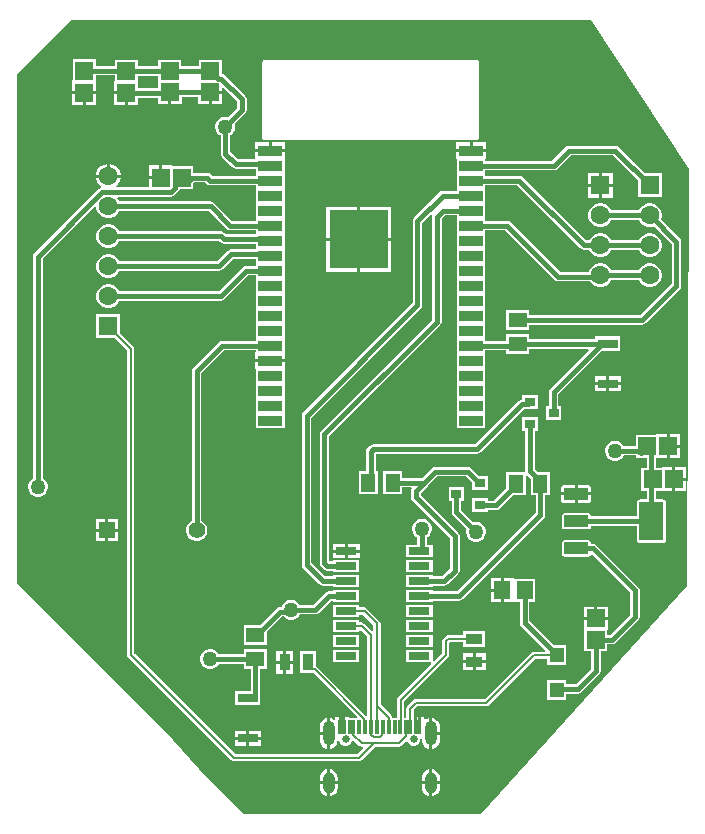
<source format=gtl>
G04*
G04 #@! TF.GenerationSoftware,Altium Limited,Altium Designer,22.1.2 (22)*
G04*
G04 Layer_Physical_Order=1*
G04 Layer_Color=255*
%FSLAX25Y25*%
%MOIN*%
G70*
G04*
G04 #@! TF.SameCoordinates,02DF8324-4ACC-4833-93D7-4F50CCD373BD*
G04*
G04*
G04 #@! TF.FilePolarity,Positive*
G04*
G01*
G75*
%ADD17R,0.01181X0.04528*%
%ADD18R,0.07874X0.03543*%
%ADD19R,0.19685X0.19685*%
%ADD20R,0.07087X0.02520*%
G04:AMPARAMS|DCode=21|XSize=39.37mil|YSize=80.71mil|CornerRadius=1.97mil|HoleSize=0mil|Usage=FLASHONLY|Rotation=90.000|XOffset=0mil|YOffset=0mil|HoleType=Round|Shape=RoundedRectangle|*
%AMROUNDEDRECTD21*
21,1,0.03937,0.07677,0,0,90.0*
21,1,0.03543,0.08071,0,0,90.0*
1,1,0.00394,0.03839,0.01772*
1,1,0.00394,0.03839,-0.01772*
1,1,0.00394,-0.03839,-0.01772*
1,1,0.00394,-0.03839,0.01772*
%
%ADD21ROUNDEDRECTD21*%
G04:AMPARAMS|DCode=22|XSize=127.95mil|YSize=80.71mil|CornerRadius=2.02mil|HoleSize=0mil|Usage=FLASHONLY|Rotation=90.000|XOffset=0mil|YOffset=0mil|HoleType=Round|Shape=RoundedRectangle|*
%AMROUNDEDRECTD22*
21,1,0.12795,0.07667,0,0,90.0*
21,1,0.12392,0.08071,0,0,90.0*
1,1,0.00404,0.03834,0.06196*
1,1,0.00404,0.03834,-0.06196*
1,1,0.00404,-0.03834,-0.06196*
1,1,0.00404,-0.03834,0.06196*
%
%ADD22ROUNDEDRECTD22*%
%ADD23R,0.06102X0.05906*%
%ADD24R,0.04921X0.06102*%
%ADD25R,0.03543X0.03150*%
%ADD26R,0.06693X0.03150*%
%ADD27R,0.05906X0.06102*%
%ADD28R,0.05709X0.03740*%
%ADD29R,0.06102X0.06102*%
%ADD30R,0.04803X0.04921*%
%ADD31R,0.03740X0.05709*%
%ADD32R,0.05512X0.06102*%
%ADD33R,0.06102X0.04921*%
%ADD49C,0.05512*%
%ADD50R,0.05512X0.05512*%
%ADD54C,0.01500*%
%ADD55C,0.00800*%
%ADD56C,0.00500*%
%ADD57C,0.02559*%
G04:AMPARAMS|DCode=58|XSize=39.37mil|YSize=70.87mil|CornerRadius=19.68mil|HoleSize=0mil|Usage=FLASHONLY|Rotation=0.000|XOffset=0mil|YOffset=0mil|HoleType=Round|Shape=RoundedRectangle|*
%AMROUNDEDRECTD58*
21,1,0.03937,0.03150,0,0,0.0*
21,1,0.00000,0.07087,0,0,0.0*
1,1,0.03937,0.00000,-0.01575*
1,1,0.03937,0.00000,-0.01575*
1,1,0.03937,0.00000,0.01575*
1,1,0.03937,0.00000,0.01575*
%
%ADD58ROUNDEDRECTD58*%
G04:AMPARAMS|DCode=59|XSize=39.37mil|YSize=82.68mil|CornerRadius=19.68mil|HoleSize=0mil|Usage=FLASHONLY|Rotation=0.000|XOffset=0mil|YOffset=0mil|HoleType=Round|Shape=RoundedRectangle|*
%AMROUNDEDRECTD59*
21,1,0.03937,0.04331,0,0,0.0*
21,1,0.00000,0.08268,0,0,0.0*
1,1,0.03937,0.00000,-0.02165*
1,1,0.03937,0.00000,-0.02165*
1,1,0.03937,0.00000,0.02165*
1,1,0.03937,0.00000,0.02165*
%
%ADD59ROUNDEDRECTD59*%
%ADD60C,0.06299*%
%ADD61R,0.06299X0.06299*%
%ADD62C,0.05000*%
G36*
X485000Y315500D02*
X484500Y176500D01*
X415780Y100326D01*
X336674D01*
X321750Y115250D01*
X310500Y128000D01*
X261000Y177500D01*
Y347000D01*
X279000Y365000D01*
X452500D01*
X485000Y315500D01*
D02*
G37*
%LPC*%
G36*
X329551Y340457D02*
X326000D01*
Y337004D01*
X329551D01*
Y340457D01*
D02*
G37*
G36*
X287551Y340358D02*
X284000D01*
Y336807D01*
X287551D01*
Y340358D01*
D02*
G37*
G36*
X283000D02*
X279449D01*
Y336807D01*
X283000D01*
Y340358D01*
D02*
G37*
G36*
X297000Y340217D02*
X293449D01*
Y336665D01*
X297000D01*
Y340217D01*
D02*
G37*
G36*
X287351Y351993D02*
X279649D01*
Y344910D01*
X279449D01*
Y341358D01*
X283500D01*
X287551D01*
Y344910D01*
X287351D01*
Y346561D01*
X293649D01*
Y344768D01*
X293449D01*
Y341217D01*
X297500D01*
Y340717D01*
X298000D01*
Y336665D01*
X301551D01*
Y339136D01*
X307949D01*
Y337004D01*
X311500D01*
Y340957D01*
X312500D01*
Y337004D01*
X316051D01*
Y339376D01*
X321449D01*
Y337004D01*
X325000D01*
Y340957D01*
X325500D01*
Y341457D01*
X329551D01*
Y342213D01*
X330013Y342405D01*
X334420Y337998D01*
Y335655D01*
X331432Y332667D01*
X330935Y332800D01*
X330065D01*
X329226Y332575D01*
X328474Y332141D01*
X327859Y331526D01*
X327425Y330774D01*
X327200Y329935D01*
Y329065D01*
X327425Y328226D01*
X327859Y327474D01*
X328474Y326859D01*
X328920Y326602D01*
Y320500D01*
X329040Y319895D01*
X329382Y319383D01*
X332882Y315882D01*
X333395Y315540D01*
X334000Y315420D01*
X340763D01*
Y313080D01*
X326133D01*
X325596Y313617D01*
X325084Y313960D01*
X324479Y314080D01*
X319753D01*
Y316351D01*
X312866D01*
Y316551D01*
X309413D01*
Y312500D01*
X308913D01*
Y312000D01*
X304961D01*
Y309280D01*
X294290D01*
X294148Y309780D01*
X294820Y310452D01*
X295367Y311398D01*
X295650Y312454D01*
Y312500D01*
X291500D01*
X287350D01*
Y312454D01*
X287633Y311398D01*
X288179Y310452D01*
X288952Y309680D01*
X288964Y309673D01*
X288955Y309367D01*
X288904Y309130D01*
X288436Y308817D01*
X266882Y287264D01*
X266540Y286751D01*
X266420Y286146D01*
Y212398D01*
X265974Y212141D01*
X265359Y211526D01*
X264925Y210774D01*
X264700Y209934D01*
Y209066D01*
X264925Y208226D01*
X265359Y207474D01*
X265974Y206859D01*
X266726Y206425D01*
X267565Y206200D01*
X268435D01*
X269274Y206425D01*
X270026Y206859D01*
X270641Y207474D01*
X271075Y208226D01*
X271300Y209066D01*
Y209934D01*
X271075Y210774D01*
X270641Y211526D01*
X270026Y212141D01*
X269580Y212398D01*
Y285492D01*
X287088Y303000D01*
X287550Y302808D01*
Y302480D01*
X287820Y301476D01*
X288339Y300575D01*
X289075Y299839D01*
X289976Y299320D01*
X290980Y299050D01*
X292020D01*
X293024Y299320D01*
X293925Y299839D01*
X294660Y300575D01*
X295148Y301420D01*
X324960D01*
X330997Y295382D01*
X331510Y295040D01*
X332115Y294920D01*
X340763D01*
Y293580D01*
X330655D01*
X330118Y294117D01*
X329605Y294460D01*
X329000Y294580D01*
X295148D01*
X294660Y295425D01*
X293925Y296161D01*
X293024Y296680D01*
X292020Y296950D01*
X290980D01*
X289976Y296680D01*
X289075Y296161D01*
X288339Y295425D01*
X287820Y294525D01*
X287550Y293520D01*
Y292480D01*
X287820Y291476D01*
X288339Y290575D01*
X289075Y289840D01*
X289976Y289320D01*
X290980Y289050D01*
X292020D01*
X293024Y289320D01*
X293925Y289840D01*
X294660Y290575D01*
X295148Y291420D01*
X328345D01*
X328883Y290882D01*
X329395Y290540D01*
X330000Y290420D01*
X340763D01*
Y288580D01*
X332500D01*
X331895Y288460D01*
X331382Y288118D01*
X327845Y284580D01*
X295148D01*
X294660Y285425D01*
X293925Y286160D01*
X293024Y286680D01*
X292020Y286950D01*
X290980D01*
X289976Y286680D01*
X289075Y286160D01*
X288339Y285425D01*
X287820Y284524D01*
X287550Y283520D01*
Y282480D01*
X287820Y281475D01*
X288339Y280575D01*
X289075Y279839D01*
X289976Y279320D01*
X290980Y279050D01*
X292020D01*
X293024Y279320D01*
X293925Y279839D01*
X294660Y280575D01*
X295148Y281420D01*
X328500D01*
X329105Y281540D01*
X329618Y281883D01*
X333155Y285420D01*
X340763D01*
Y283080D01*
X337500D01*
X336895Y282960D01*
X336383Y282617D01*
X328345Y274580D01*
X295148D01*
X294660Y275425D01*
X293925Y276161D01*
X293024Y276680D01*
X292020Y276950D01*
X290980D01*
X289976Y276680D01*
X289075Y276161D01*
X288339Y275425D01*
X287820Y274524D01*
X287550Y273520D01*
Y272480D01*
X287820Y271476D01*
X288339Y270575D01*
X289075Y269840D01*
X289976Y269320D01*
X290980Y269050D01*
X292020D01*
X293024Y269320D01*
X293925Y269840D01*
X294660Y270575D01*
X295148Y271420D01*
X329000D01*
X329605Y271540D01*
X330118Y271883D01*
X338155Y279920D01*
X340763D01*
Y273928D01*
Y268928D01*
Y263928D01*
Y258080D01*
X329500D01*
X328895Y257960D01*
X328382Y257617D01*
X319843Y249078D01*
X319501Y248565D01*
X319380Y247961D01*
Y198194D01*
X318777Y197845D01*
X318115Y197183D01*
X317647Y196372D01*
X317405Y195468D01*
Y194532D01*
X317647Y193628D01*
X318115Y192817D01*
X318777Y192155D01*
X319588Y191686D01*
X320493Y191444D01*
X321429D01*
X322333Y191686D01*
X323144Y192155D01*
X323806Y192817D01*
X324274Y193628D01*
X324517Y194532D01*
Y195468D01*
X324274Y196372D01*
X323806Y197183D01*
X323144Y197845D01*
X322541Y198194D01*
Y247306D01*
X330155Y254920D01*
X340763D01*
Y254272D01*
X340563D01*
Y252000D01*
X350437D01*
Y254272D01*
X350237D01*
Y258928D01*
Y263928D01*
Y268928D01*
Y273928D01*
Y278928D01*
Y283928D01*
Y288928D01*
Y293928D01*
Y298928D01*
Y303928D01*
Y308928D01*
Y313928D01*
Y318728D01*
X350437D01*
Y321000D01*
X340563D01*
Y318728D01*
X340124Y318580D01*
X334655D01*
X332080Y321155D01*
Y326602D01*
X332526Y326859D01*
X333141Y327474D01*
X333575Y328226D01*
X333800Y329065D01*
Y329935D01*
X333667Y330432D01*
X337118Y333882D01*
X337460Y334395D01*
X337580Y335000D01*
Y338653D01*
X337460Y339257D01*
X337118Y339770D01*
X330311Y346577D01*
X329798Y346919D01*
X329351Y347008D01*
Y351796D01*
X321649D01*
Y349624D01*
X315851D01*
Y351796D01*
X308149D01*
Y349580D01*
X301351D01*
Y351851D01*
X293649D01*
Y349722D01*
X287351D01*
Y351993D01*
D02*
G37*
G36*
X414398Y351607D02*
X343531D01*
X343219Y351545D01*
X342955Y351368D01*
X342778Y351103D01*
X342716Y350791D01*
Y325988D01*
X342778Y325676D01*
X342955Y325411D01*
X343219Y325235D01*
X343531Y325172D01*
X414398D01*
X414710Y325235D01*
X414974Y325411D01*
X415151Y325676D01*
X415213Y325988D01*
Y350791D01*
X415151Y351103D01*
X414974Y351368D01*
X414710Y351545D01*
X414398Y351607D01*
D02*
G37*
G36*
X417366Y324272D02*
X412929D01*
Y322000D01*
X417366D01*
Y324272D01*
D02*
G37*
G36*
X411929D02*
X407492D01*
Y322000D01*
X411929D01*
Y324272D01*
D02*
G37*
G36*
X350437D02*
X346000D01*
Y322000D01*
X350437D01*
Y324272D01*
D02*
G37*
G36*
X345000D02*
X340563D01*
Y322000D01*
X345000D01*
Y324272D01*
D02*
G37*
G36*
X460500Y323080D02*
X445000D01*
X444395Y322960D01*
X443883Y322618D01*
X439345Y318080D01*
X417166D01*
Y318728D01*
X417366D01*
Y321000D01*
X407492D01*
Y318728D01*
X407692D01*
Y313928D01*
Y308080D01*
X403000D01*
X402395Y307960D01*
X401883Y307617D01*
X393383Y299117D01*
X393040Y298605D01*
X392920Y298000D01*
Y270655D01*
X356504Y234239D01*
X356161Y233726D01*
X356041Y233121D01*
Y183379D01*
X356161Y182774D01*
X356504Y182261D01*
X361882Y176883D01*
X362395Y176540D01*
X363000Y176420D01*
X366432D01*
Y175940D01*
X375119D01*
Y180060D01*
X366432D01*
Y179580D01*
X363655D01*
X359202Y184033D01*
Y232467D01*
X395618Y268882D01*
X395960Y269395D01*
X396080Y270000D01*
Y297345D01*
X399138Y300403D01*
X399540Y300105D01*
X399420Y299500D01*
Y265155D01*
X362383Y228117D01*
X362040Y227605D01*
X361920Y227000D01*
Y183879D01*
X362040Y183274D01*
X362383Y182761D01*
X363261Y181883D01*
X363774Y181540D01*
X364379Y181420D01*
X366432D01*
Y180940D01*
X375119D01*
Y185060D01*
X366432D01*
Y184580D01*
X365080D01*
Y226345D01*
X402117Y263383D01*
X402460Y263895D01*
X402580Y264500D01*
Y298845D01*
X403655Y299920D01*
X407692D01*
Y293928D01*
Y288928D01*
Y283928D01*
Y278928D01*
Y273928D01*
Y268928D01*
Y263928D01*
Y258928D01*
Y253928D01*
Y248928D01*
Y243928D01*
Y238928D01*
Y233928D01*
Y228928D01*
X417166D01*
Y233928D01*
Y238928D01*
Y243928D01*
Y248928D01*
Y254920D01*
X424149D01*
Y253704D01*
X431851D01*
Y255384D01*
X451531D01*
X451723Y254922D01*
X438820Y242019D01*
X438477Y241506D01*
X438357Y240902D01*
Y236375D01*
X437365D01*
Y231625D01*
X442509D01*
Y236375D01*
X441517D01*
Y240247D01*
X456088Y254818D01*
X462147D01*
Y259568D01*
X453854D01*
Y258545D01*
X431851D01*
Y260225D01*
X424149D01*
Y258080D01*
X417166D01*
Y263928D01*
Y268928D01*
Y273928D01*
Y278928D01*
Y283928D01*
Y288928D01*
Y294920D01*
X423845D01*
X440382Y278382D01*
X440895Y278040D01*
X441500Y277920D01*
X452141D01*
X452340Y277575D01*
X453075Y276839D01*
X453975Y276320D01*
X454980Y276050D01*
X456020D01*
X457024Y276320D01*
X457925Y276839D01*
X458661Y277575D01*
X459148Y278420D01*
X468352D01*
X468840Y277575D01*
X469575Y276839D01*
X470475Y276320D01*
X471480Y276050D01*
X472520D01*
X473525Y276320D01*
X474425Y276839D01*
X475161Y277575D01*
X475680Y278475D01*
X475950Y279480D01*
Y280520D01*
X475680Y281524D01*
X475161Y282425D01*
X474425Y283160D01*
X473525Y283680D01*
X472520Y283950D01*
X471480D01*
X470475Y283680D01*
X469575Y283160D01*
X468840Y282425D01*
X468352Y281580D01*
X459148D01*
X458661Y282425D01*
X457925Y283160D01*
X457024Y283680D01*
X456020Y283950D01*
X454980D01*
X453975Y283680D01*
X453075Y283160D01*
X452340Y282425D01*
X451820Y281524D01*
X451701Y281080D01*
X442155D01*
X425618Y297618D01*
X425105Y297960D01*
X424500Y298080D01*
X417166D01*
Y303928D01*
Y309920D01*
X427845D01*
X448882Y288882D01*
X449395Y288540D01*
X450000Y288420D01*
X451852D01*
X452340Y287575D01*
X453075Y286840D01*
X453975Y286320D01*
X454980Y286050D01*
X456020D01*
X457024Y286320D01*
X457925Y286840D01*
X458661Y287575D01*
X459148Y288420D01*
X468352D01*
X468840Y287575D01*
X469575Y286840D01*
X470475Y286320D01*
X471480Y286050D01*
X472520D01*
X473525Y286320D01*
X474425Y286840D01*
X475161Y287575D01*
X475680Y288475D01*
X475950Y289480D01*
Y290520D01*
X475680Y291525D01*
X475161Y292425D01*
X474425Y293161D01*
X473525Y293680D01*
X472520Y293950D01*
X471480D01*
X470475Y293680D01*
X469575Y293161D01*
X468840Y292425D01*
X468352Y291580D01*
X459148D01*
X458661Y292425D01*
X457925Y293161D01*
X457024Y293680D01*
X456020Y293950D01*
X454980D01*
X453975Y293680D01*
X453075Y293161D01*
X452340Y292425D01*
X451852Y291580D01*
X450655D01*
X429618Y312617D01*
X429105Y312960D01*
X428500Y313080D01*
X417166D01*
Y314920D01*
X440000D01*
X440605Y315040D01*
X441117Y315383D01*
X445655Y319920D01*
X459845D01*
X468050Y311715D01*
Y306050D01*
X475950D01*
Y313950D01*
X470285D01*
X461618Y322618D01*
X461105Y322960D01*
X460500Y323080D01*
D02*
G37*
G36*
X292046Y317150D02*
X292000D01*
Y313500D01*
X295650D01*
Y313546D01*
X295367Y314602D01*
X294820Y315548D01*
X294048Y316320D01*
X293102Y316867D01*
X292046Y317150D01*
D02*
G37*
G36*
X291000D02*
X290954D01*
X289898Y316867D01*
X288952Y316320D01*
X288179Y315548D01*
X287633Y314602D01*
X287350Y313546D01*
Y313500D01*
X291000D01*
Y317150D01*
D02*
G37*
G36*
X308413Y316551D02*
X304961D01*
Y313000D01*
X308413D01*
Y316551D01*
D02*
G37*
G36*
X459650Y314150D02*
X456000D01*
Y310500D01*
X459650D01*
Y314150D01*
D02*
G37*
G36*
X455000D02*
X451350D01*
Y310500D01*
X455000D01*
Y314150D01*
D02*
G37*
G36*
X459650Y309500D02*
X456000D01*
Y305850D01*
X459650D01*
Y309500D01*
D02*
G37*
G36*
X455000D02*
X451350D01*
Y305850D01*
X455000D01*
Y309500D01*
D02*
G37*
G36*
X472520Y303950D02*
X471480D01*
X470475Y303680D01*
X469575Y303161D01*
X468840Y302425D01*
X468352Y301580D01*
X459148D01*
X458661Y302425D01*
X457925Y303161D01*
X457024Y303680D01*
X456020Y303950D01*
X454980D01*
X453975Y303680D01*
X453075Y303161D01*
X452340Y302425D01*
X451820Y301524D01*
X451550Y300520D01*
Y299480D01*
X451820Y298476D01*
X452340Y297575D01*
X453075Y296839D01*
X453975Y296320D01*
X454980Y296050D01*
X456020D01*
X457024Y296320D01*
X457925Y296839D01*
X458661Y297575D01*
X459148Y298420D01*
X468352D01*
X468840Y297575D01*
X469575Y296839D01*
X470475Y296320D01*
X471480Y296050D01*
X472520D01*
X473462Y296303D01*
X479298Y290467D01*
Y277033D01*
X468881Y266616D01*
X431851D01*
Y268296D01*
X424149D01*
Y261775D01*
X431851D01*
Y263455D01*
X469535D01*
X470140Y263575D01*
X470653Y263918D01*
X481996Y275261D01*
X482339Y275774D01*
X482459Y276379D01*
Y291121D01*
X482339Y291726D01*
X481996Y292239D01*
X475697Y298538D01*
X475950Y299480D01*
Y300520D01*
X475680Y301524D01*
X475161Y302425D01*
X474425Y303161D01*
X473525Y303680D01*
X472520Y303950D01*
D02*
G37*
G36*
X385870Y302815D02*
X375528D01*
Y292472D01*
X385870D01*
Y302815D01*
D02*
G37*
G36*
X374528D02*
X364185D01*
Y292472D01*
X374528D01*
Y302815D01*
D02*
G37*
G36*
X385870Y291472D02*
X375528D01*
Y281130D01*
X385870D01*
Y291472D01*
D02*
G37*
G36*
X374528D02*
X364185D01*
Y281130D01*
X374528D01*
Y291472D01*
D02*
G37*
G36*
X462347Y246382D02*
X458500D01*
Y244307D01*
X462347D01*
Y246382D01*
D02*
G37*
G36*
X457500D02*
X453653D01*
Y244307D01*
X457500D01*
Y246382D01*
D02*
G37*
G36*
X462347Y243307D02*
X458500D01*
Y241232D01*
X462347D01*
Y243307D01*
D02*
G37*
G36*
X457500D02*
X453653D01*
Y241232D01*
X457500D01*
Y243307D01*
D02*
G37*
G36*
X350437Y251000D02*
X340563D01*
Y248728D01*
X340763D01*
Y243928D01*
Y238928D01*
Y233928D01*
Y228928D01*
X350237D01*
Y233928D01*
Y238928D01*
Y243928D01*
Y248728D01*
X350437D01*
Y251000D01*
D02*
G37*
G36*
X482039Y227051D02*
X478587D01*
Y223500D01*
X482039D01*
Y227051D01*
D02*
G37*
G36*
X477587D02*
X474134D01*
Y226851D01*
X467247D01*
Y223080D01*
X463398D01*
X463141Y223526D01*
X462526Y224141D01*
X461774Y224575D01*
X460934Y224800D01*
X460066D01*
X459226Y224575D01*
X458474Y224141D01*
X457859Y223526D01*
X457425Y222774D01*
X457200Y221935D01*
Y221065D01*
X457425Y220226D01*
X457859Y219474D01*
X458474Y218859D01*
X459226Y218425D01*
X460066Y218200D01*
X460934D01*
X461774Y218425D01*
X462526Y218859D01*
X463141Y219474D01*
X463398Y219920D01*
X467247D01*
Y219149D01*
X468833D01*
X469163Y219083D01*
X469494Y219149D01*
X470920D01*
Y215851D01*
X469204D01*
Y208149D01*
X470920D01*
Y205217D01*
X468666D01*
X468275Y205139D01*
X467944Y204918D01*
X467723Y204587D01*
X467645Y204196D01*
Y199580D01*
X452355D01*
Y199772D01*
X452278Y200161D01*
X452057Y200490D01*
X451727Y200711D01*
X451339Y200788D01*
X443661D01*
X443272Y200711D01*
X442943Y200490D01*
X442722Y200161D01*
X442645Y199772D01*
Y196228D01*
X442722Y195839D01*
X442943Y195510D01*
X443272Y195289D01*
X443661Y195212D01*
X451339D01*
X451727Y195289D01*
X452057Y195510D01*
X452278Y195839D01*
X452355Y196228D01*
Y196420D01*
X467645D01*
Y191804D01*
X467723Y191413D01*
X467944Y191082D01*
X468275Y190860D01*
X468666Y190783D01*
X476334D01*
X476724Y190860D01*
X477056Y191082D01*
X477277Y191413D01*
X477355Y191804D01*
Y204196D01*
X477277Y204587D01*
X477056Y204918D01*
X476724Y205139D01*
X476334Y205217D01*
X474080D01*
Y208149D01*
X476091D01*
Y207949D01*
X479543D01*
Y212000D01*
Y216051D01*
X476091D01*
Y215851D01*
X474080D01*
Y218471D01*
X474134Y218949D01*
X477587D01*
Y223000D01*
Y227051D01*
D02*
G37*
G36*
X482039Y222500D02*
X478587D01*
Y218949D01*
X482039D01*
Y222500D01*
D02*
G37*
G36*
X483996Y216051D02*
X480543D01*
Y212500D01*
X483996D01*
Y216051D01*
D02*
G37*
G36*
X411417Y216080D02*
X400500D01*
X399895Y215960D01*
X399382Y215617D01*
X396197Y212432D01*
X389500D01*
Y214702D01*
X382979D01*
Y207000D01*
X389500D01*
Y209271D01*
X392384D01*
X392651Y208771D01*
X392540Y208605D01*
X392420Y208000D01*
Y205945D01*
X392540Y205340D01*
X392882Y204827D01*
X405420Y192290D01*
Y182155D01*
X402845Y179580D01*
X399568D01*
Y180060D01*
X390881D01*
Y175940D01*
X399568D01*
Y176420D01*
X403500D01*
X404105Y176540D01*
X404618Y176883D01*
X408117Y180383D01*
X408460Y180895D01*
X408580Y181500D01*
Y192945D01*
X408460Y193550D01*
X408117Y194062D01*
X395580Y206599D01*
Y207345D01*
X397969Y209734D01*
X401155Y212920D01*
X410763D01*
X412802Y210880D01*
Y208365D01*
X417946D01*
Y213115D01*
X415037D01*
X412535Y215617D01*
X412022Y215960D01*
X411417Y216080D01*
D02*
G37*
G36*
X483996Y211500D02*
X480543D01*
Y207949D01*
X483996D01*
Y211500D01*
D02*
G37*
G36*
X451339Y210047D02*
X448000D01*
Y207555D01*
X452559D01*
Y208827D01*
X452466Y209294D01*
X452202Y209690D01*
X451806Y209954D01*
X451339Y210047D01*
D02*
G37*
G36*
X447000D02*
X443661D01*
X443194Y209954D01*
X442799Y209690D01*
X442534Y209294D01*
X442441Y208827D01*
Y207555D01*
X447000D01*
Y210047D01*
D02*
G37*
G36*
X434635Y240115D02*
X429491D01*
Y238496D01*
X429415D01*
X428811Y238375D01*
X428298Y238033D01*
X413845Y223580D01*
X379879D01*
X379274Y223460D01*
X378761Y223117D01*
X377883Y222239D01*
X377540Y221726D01*
X377420Y221121D01*
Y214702D01*
X374908D01*
Y207000D01*
X381429D01*
Y214702D01*
X380580D01*
Y220420D01*
X414500D01*
X415105Y220540D01*
X415618Y220883D01*
X430070Y235335D01*
X431238D01*
X431391Y235365D01*
X434635D01*
Y240115D01*
D02*
G37*
G36*
X452559Y206555D02*
X448000D01*
Y204063D01*
X451339D01*
X451806Y204156D01*
X452202Y204421D01*
X452466Y204817D01*
X452559Y205283D01*
Y206555D01*
D02*
G37*
G36*
X447000D02*
X442441D01*
Y205283D01*
X442534Y204817D01*
X442799Y204421D01*
X443194Y204156D01*
X443661Y204063D01*
X447000D01*
Y206555D01*
D02*
G37*
G36*
X294795Y198756D02*
X291539D01*
Y195500D01*
X294795D01*
Y198756D01*
D02*
G37*
G36*
X290539D02*
X287283D01*
Y195500D01*
X290539D01*
Y198756D01*
D02*
G37*
G36*
X294795Y194500D02*
X291539D01*
Y191244D01*
X294795D01*
Y194500D01*
D02*
G37*
G36*
X290539D02*
X287283D01*
Y191244D01*
X290539D01*
Y194500D01*
D02*
G37*
G36*
X410072Y209375D02*
X404928D01*
Y204625D01*
X405920D01*
Y201000D01*
X406040Y200395D01*
X406383Y199882D01*
X410833Y195432D01*
X410700Y194934D01*
Y194066D01*
X410925Y193226D01*
X411359Y192474D01*
X411974Y191859D01*
X412726Y191425D01*
X413565Y191200D01*
X414434D01*
X415274Y191425D01*
X416026Y191859D01*
X416641Y192474D01*
X417075Y193226D01*
X417300Y194066D01*
Y194934D01*
X417075Y195774D01*
X416641Y196526D01*
X416026Y197141D01*
X415274Y197575D01*
X414434Y197800D01*
X413565D01*
X413068Y197667D01*
X409080Y201655D01*
Y204625D01*
X410072D01*
Y209375D01*
D02*
G37*
G36*
X375319Y190260D02*
X371276D01*
Y188500D01*
X375319D01*
Y190260D01*
D02*
G37*
G36*
X370276D02*
X366232D01*
Y188500D01*
X370276D01*
Y190260D01*
D02*
G37*
G36*
X396434Y198800D02*
X395566D01*
X394726Y198575D01*
X393974Y198141D01*
X393359Y197526D01*
X392925Y196774D01*
X392700Y195934D01*
Y195066D01*
X392925Y194226D01*
X393359Y193474D01*
X393974Y192859D01*
X394420Y192602D01*
Y190060D01*
X390881D01*
Y185940D01*
X399568D01*
Y190060D01*
X397580D01*
Y192602D01*
X398026Y192859D01*
X398641Y193474D01*
X399075Y194226D01*
X399300Y195066D01*
Y195934D01*
X399075Y196774D01*
X398641Y197526D01*
X398026Y198141D01*
X397274Y198575D01*
X396434Y198800D01*
D02*
G37*
G36*
X375319Y187500D02*
X371276D01*
Y185740D01*
X375319D01*
Y187500D01*
D02*
G37*
G36*
X370276D02*
X366232D01*
Y185740D01*
X370276D01*
Y187500D01*
D02*
G37*
G36*
X399568Y185060D02*
X390881D01*
Y180940D01*
X399568D01*
Y185060D01*
D02*
G37*
G36*
X422260Y179051D02*
X419004D01*
Y175500D01*
X422260D01*
Y179051D01*
D02*
G37*
G36*
X434635Y232635D02*
X429491D01*
Y227885D01*
X430483D01*
Y214563D01*
X430309Y214351D01*
X424204D01*
Y208884D01*
X420160Y204840D01*
X417946D01*
Y205635D01*
X412802D01*
Y200885D01*
X417946D01*
Y201679D01*
X420815D01*
X421420Y201800D01*
X421932Y202142D01*
X426439Y206649D01*
X430725D01*
Y212959D01*
X431225Y213166D01*
X432275Y212116D01*
Y206649D01*
X433955D01*
Y200690D01*
X407845Y174580D01*
X399568D01*
Y175060D01*
X390881D01*
Y170940D01*
X399568D01*
Y171420D01*
X408500D01*
X409105Y171540D01*
X409618Y171882D01*
X436653Y198918D01*
X436996Y199431D01*
X437116Y200035D01*
Y206649D01*
X438796D01*
Y214351D01*
X434510D01*
X433643Y215218D01*
Y227885D01*
X434635D01*
Y232635D01*
D02*
G37*
G36*
X422260Y174500D02*
X419004D01*
Y170949D01*
X422260D01*
Y174500D01*
D02*
G37*
G36*
X375119Y175060D02*
X366432D01*
Y174580D01*
X365000D01*
X364395Y174460D01*
X363882Y174118D01*
X359845Y170080D01*
X355398D01*
X355141Y170526D01*
X354526Y171141D01*
X353774Y171575D01*
X352935Y171800D01*
X352065D01*
X351226Y171575D01*
X350474Y171141D01*
X349859Y170526D01*
X349425Y169774D01*
X349328Y169411D01*
X348885D01*
X348281Y169290D01*
X347768Y168948D01*
X342116Y163296D01*
X336649D01*
Y156775D01*
X344351D01*
Y161061D01*
X349540Y166250D01*
X350083D01*
X350474Y165859D01*
X351226Y165425D01*
X352065Y165200D01*
X352935D01*
X353774Y165425D01*
X354526Y165859D01*
X355141Y166474D01*
X355398Y166920D01*
X360500D01*
X361105Y167040D01*
X361617Y167383D01*
X365655Y171420D01*
X366432D01*
Y170940D01*
X375119D01*
Y175060D01*
D02*
G37*
G36*
X458051Y169496D02*
X454500D01*
Y166043D01*
X458051D01*
Y169496D01*
D02*
G37*
G36*
X453500D02*
X449949D01*
Y166043D01*
X453500D01*
Y169496D01*
D02*
G37*
G36*
X399568Y170060D02*
X390881D01*
Y165940D01*
X399568D01*
Y170060D01*
D02*
G37*
G36*
Y165060D02*
X390881D01*
Y160940D01*
X399568D01*
Y165060D01*
D02*
G37*
G36*
X451339Y191733D02*
X443661D01*
X443272Y191656D01*
X442943Y191435D01*
X442722Y191105D01*
X442645Y190717D01*
Y187173D01*
X442722Y186784D01*
X442943Y186454D01*
X443272Y186234D01*
X443661Y186157D01*
X451339D01*
X451727Y186234D01*
X452057Y186454D01*
X452278Y186784D01*
X452819Y186946D01*
X465420Y174345D01*
Y166655D01*
X458802Y160037D01*
X457851D01*
Y161591D01*
X458051D01*
Y165043D01*
X449949D01*
Y161591D01*
X450149D01*
Y154704D01*
X452420D01*
Y148655D01*
X447345Y143580D01*
X444202D01*
Y144954D01*
X437798D01*
Y138432D01*
X444202D01*
Y140420D01*
X448000D01*
X448605Y140540D01*
X449118Y140883D01*
X455118Y146882D01*
X455460Y147395D01*
X455580Y148000D01*
Y154704D01*
X457851D01*
Y156876D01*
X459457D01*
X460062Y156997D01*
X460574Y157339D01*
X468118Y164883D01*
X468460Y165395D01*
X468580Y166000D01*
Y175000D01*
X468460Y175605D01*
X468118Y176118D01*
X454173Y190062D01*
X453660Y190405D01*
X453055Y190525D01*
X452355D01*
Y190717D01*
X452278Y191105D01*
X452057Y191435D01*
X451727Y191656D01*
X451339Y191733D01*
D02*
G37*
G36*
X399568Y160060D02*
X390881D01*
Y155940D01*
X399568D01*
Y160060D01*
D02*
G37*
G36*
X375119D02*
X366432D01*
Y155940D01*
X375119D01*
Y160060D01*
D02*
G37*
G36*
X417354Y154032D02*
X414000D01*
Y151661D01*
X417354D01*
Y154032D01*
D02*
G37*
G36*
X413000D02*
X409646D01*
Y151661D01*
X413000D01*
Y154032D01*
D02*
G37*
G36*
X353193Y154854D02*
X350823D01*
Y151500D01*
X353193D01*
Y154854D01*
D02*
G37*
G36*
X349823D02*
X347453D01*
Y151500D01*
X349823D01*
Y154854D01*
D02*
G37*
G36*
X375119Y155060D02*
X366432D01*
Y150940D01*
X375119D01*
Y155060D01*
D02*
G37*
G36*
X295450Y266950D02*
X287550D01*
Y259050D01*
X293719D01*
X297777Y254993D01*
Y153500D01*
X297870Y153032D01*
X298135Y152635D01*
X332537Y118233D01*
X332933Y117968D01*
X333402Y117875D01*
X375063D01*
X375531Y117968D01*
X375928Y118233D01*
X380522Y122827D01*
X388550D01*
X389018Y122920D01*
X389415Y123185D01*
X390850Y124619D01*
X391439Y124502D01*
X391615Y124078D01*
X392200Y123493D01*
X392964Y123176D01*
X393792D01*
X394556Y123493D01*
X395141Y124078D01*
X395458Y124842D01*
Y125410D01*
X395891Y125785D01*
X395919Y125792D01*
X396014Y125764D01*
Y125059D01*
X396116Y124284D01*
X396415Y123562D01*
X396891Y122942D01*
X397511Y122466D01*
X398233Y122167D01*
X398508Y122131D01*
Y127224D01*
Y132318D01*
X398233Y132282D01*
X397511Y131983D01*
X397280Y131805D01*
X396779Y132052D01*
Y132713D01*
X395689D01*
Y129449D01*
X394689D01*
Y132713D01*
X394508D01*
Y129449D01*
X393508D01*
Y132713D01*
X393263D01*
Y135033D01*
X394507Y136276D01*
X417500D01*
X417968Y136370D01*
X418365Y136635D01*
X433814Y152084D01*
X437798D01*
Y150047D01*
X444202D01*
Y156568D01*
X440033D01*
X431820Y164781D01*
Y171149D01*
X433796D01*
Y178851D01*
X426933D01*
X426516Y179051D01*
X426267Y179051D01*
X423260D01*
Y175000D01*
Y170949D01*
X426267D01*
X426516Y170949D01*
X426933Y171149D01*
X428660D01*
Y164126D01*
X428780Y163521D01*
X429123Y163008D01*
X437139Y154992D01*
X436947Y154531D01*
X433307D01*
X432839Y154437D01*
X432442Y154172D01*
X416993Y138724D01*
X394000D01*
X393532Y138630D01*
X393135Y138365D01*
X391174Y136405D01*
X390909Y136008D01*
X390816Y135539D01*
Y132513D01*
X390224D01*
Y137993D01*
X404865Y152635D01*
X405130Y153032D01*
X405224Y153500D01*
Y157453D01*
X405385Y157615D01*
X409846D01*
Y156168D01*
X417154D01*
Y161509D01*
X409846D01*
Y160062D01*
X404879D01*
X404411Y159969D01*
X404013Y159704D01*
X403135Y158825D01*
X402870Y158428D01*
X402776Y157960D01*
Y154007D01*
X400068Y151298D01*
X399568Y151505D01*
Y155060D01*
X390881D01*
Y150940D01*
X399003D01*
X399210Y150440D01*
X388135Y139365D01*
X387870Y138968D01*
X387776Y138500D01*
Y132513D01*
X386176D01*
Y132527D01*
X386083Y132995D01*
X385818Y133392D01*
X382239Y136970D01*
Y163984D01*
X382146Y164453D01*
X381881Y164849D01*
X377865Y168865D01*
X377468Y169130D01*
X377000Y169223D01*
X375119D01*
Y170060D01*
X366432D01*
Y165940D01*
X375119D01*
Y166777D01*
X376493D01*
X379792Y163478D01*
Y161591D01*
X379330Y161400D01*
X376865Y163865D01*
X376468Y164130D01*
X376000Y164224D01*
X375119D01*
Y165060D01*
X366432D01*
Y160940D01*
X375119D01*
Y161473D01*
X375619Y161651D01*
X377824Y159446D01*
Y133397D01*
X377324Y133190D01*
X361084Y149430D01*
X360737Y149662D01*
X360670Y149675D01*
Y154654D01*
X355330D01*
Y147346D01*
X360140D01*
X374511Y132975D01*
X374320Y132513D01*
X371583D01*
Y132713D01*
X370492D01*
Y129449D01*
X369492D01*
Y132713D01*
X369311D01*
Y129449D01*
X368311D01*
Y132713D01*
X367220D01*
Y132052D01*
X366721Y131805D01*
X366489Y131983D01*
X365767Y132282D01*
X365492Y132318D01*
Y127224D01*
Y122131D01*
X365767Y122167D01*
X366489Y122466D01*
X367109Y122942D01*
X367585Y123562D01*
X367884Y124284D01*
X367986Y125059D01*
Y125764D01*
X368081Y125792D01*
X368109Y125785D01*
X368543Y125410D01*
Y124842D01*
X368859Y124078D01*
X369444Y123493D01*
X370208Y123176D01*
X371036D01*
X371800Y123493D01*
X372385Y124078D01*
X372702Y124842D01*
Y124915D01*
X373164Y125106D01*
X375085Y123185D01*
X375482Y122920D01*
X375950Y122827D01*
X376408D01*
X376599Y122365D01*
X374556Y120322D01*
X333909D01*
X300223Y154007D01*
Y255500D01*
X300130Y255968D01*
X299865Y256365D01*
X295450Y260781D01*
Y266950D01*
D02*
G37*
G36*
X417354Y150661D02*
X414000D01*
Y148291D01*
X417354D01*
Y150661D01*
D02*
G37*
G36*
X413000D02*
X409646D01*
Y148291D01*
X413000D01*
Y150661D01*
D02*
G37*
G36*
X353193Y150500D02*
X350823D01*
Y147146D01*
X353193D01*
Y150500D01*
D02*
G37*
G36*
X349823D02*
X347453D01*
Y147146D01*
X349823D01*
Y150500D01*
D02*
G37*
G36*
X325935Y155300D02*
X325065D01*
X324226Y155075D01*
X323474Y154641D01*
X322859Y154026D01*
X322425Y153274D01*
X322200Y152434D01*
Y151566D01*
X322425Y150726D01*
X322859Y149974D01*
X323474Y149359D01*
X324226Y148925D01*
X325065Y148700D01*
X325935D01*
X326774Y148925D01*
X327526Y149359D01*
X328141Y149974D01*
X328398Y150420D01*
X336649D01*
Y148704D01*
X338920D01*
Y141375D01*
X333854D01*
Y136625D01*
X342146D01*
Y141375D01*
X342080D01*
Y148704D01*
X344351D01*
Y155225D01*
X336649D01*
Y153580D01*
X328398D01*
X328141Y154026D01*
X327526Y154641D01*
X326774Y155075D01*
X325935Y155300D01*
D02*
G37*
G36*
X399508Y132318D02*
Y127724D01*
X402002D01*
Y129390D01*
X401900Y130165D01*
X401601Y130887D01*
X401125Y131507D01*
X400505Y131983D01*
X399783Y132282D01*
X399508Y132318D01*
D02*
G37*
G36*
X364492D02*
X364217Y132282D01*
X363495Y131983D01*
X362875Y131507D01*
X362399Y130887D01*
X362100Y130165D01*
X361998Y129390D01*
Y127724D01*
X364492D01*
Y132318D01*
D02*
G37*
G36*
X342347Y128189D02*
X338500D01*
Y126114D01*
X342347D01*
Y128189D01*
D02*
G37*
G36*
X337500D02*
X333653D01*
Y126114D01*
X337500D01*
Y128189D01*
D02*
G37*
G36*
X342347Y125114D02*
X338500D01*
Y123039D01*
X342347D01*
Y125114D01*
D02*
G37*
G36*
X337500D02*
X333653D01*
Y123039D01*
X337500D01*
Y125114D01*
D02*
G37*
G36*
X402002Y126724D02*
X399508D01*
Y122131D01*
X399783Y122167D01*
X400505Y122466D01*
X401125Y122942D01*
X401601Y123562D01*
X401900Y124284D01*
X402002Y125059D01*
Y126724D01*
D02*
G37*
G36*
X364492D02*
X361998D01*
Y125059D01*
X362100Y124284D01*
X362399Y123562D01*
X362875Y122942D01*
X363495Y122466D01*
X364217Y122167D01*
X364492Y122131D01*
Y126724D01*
D02*
G37*
G36*
X399508Y115271D02*
Y111268D01*
X402002D01*
Y112343D01*
X401900Y113118D01*
X401601Y113840D01*
X401125Y114460D01*
X400505Y114936D01*
X399783Y115235D01*
X399508Y115271D01*
D02*
G37*
G36*
X398508D02*
X398233Y115235D01*
X397511Y114936D01*
X396891Y114460D01*
X396415Y113840D01*
X396116Y113118D01*
X396014Y112343D01*
Y111268D01*
X398508D01*
Y115271D01*
D02*
G37*
G36*
X365492D02*
Y111268D01*
X367986D01*
Y112343D01*
X367884Y113118D01*
X367585Y113840D01*
X367109Y114460D01*
X366489Y114936D01*
X365767Y115235D01*
X365492Y115271D01*
D02*
G37*
G36*
X364492D02*
X364217Y115235D01*
X363495Y114936D01*
X362875Y114460D01*
X362399Y113840D01*
X362100Y113118D01*
X361998Y112343D01*
Y111268D01*
X364492D01*
Y115271D01*
D02*
G37*
G36*
X402002Y110268D02*
X399508D01*
Y106265D01*
X399783Y106301D01*
X400505Y106600D01*
X401125Y107076D01*
X401601Y107696D01*
X401900Y108418D01*
X402002Y109193D01*
Y110268D01*
D02*
G37*
G36*
X398508D02*
X396014D01*
Y109193D01*
X396116Y108418D01*
X396415Y107696D01*
X396891Y107076D01*
X397511Y106600D01*
X398233Y106301D01*
X398508Y106265D01*
Y110268D01*
D02*
G37*
G36*
X367986D02*
X365492D01*
Y106265D01*
X365767Y106301D01*
X366489Y106600D01*
X367109Y107076D01*
X367585Y107696D01*
X367884Y108418D01*
X367986Y109193D01*
Y110268D01*
D02*
G37*
G36*
X364492D02*
X361998D01*
Y109193D01*
X362100Y108418D01*
X362399Y107696D01*
X362875Y107076D01*
X363495Y106600D01*
X364217Y106301D01*
X364492Y106265D01*
Y110268D01*
D02*
G37*
%LPD*%
G36*
X308149Y344909D02*
X307949D01*
Y342297D01*
X301551D01*
Y344768D01*
X301351D01*
Y346420D01*
X308149D01*
Y344909D01*
D02*
G37*
G36*
X324361Y310383D02*
X324874Y310040D01*
X325479Y309920D01*
X340763D01*
Y303928D01*
Y298080D01*
X332769D01*
X326732Y304117D01*
X326220Y304460D01*
X325615Y304580D01*
X295148D01*
X294660Y305425D01*
X294428Y305657D01*
X294620Y306119D01*
X312309D01*
X312914Y306240D01*
X313426Y306582D01*
X314915Y308070D01*
X315257Y308583D01*
X315270Y308649D01*
X319753D01*
Y310468D01*
X320205Y310920D01*
X323824D01*
X324361Y310383D01*
D02*
G37*
D17*
X395189Y129449D02*
D03*
X392039D02*
D03*
X373142D02*
D03*
X369992D02*
D03*
X368811D02*
D03*
X371961D02*
D03*
X375110D02*
D03*
X377079D02*
D03*
X379047D02*
D03*
X381016D02*
D03*
X382984D02*
D03*
X384953D02*
D03*
X386921D02*
D03*
X388890D02*
D03*
X390858D02*
D03*
X394008D02*
D03*
D18*
X345500Y321500D02*
D03*
Y316500D02*
D03*
Y311500D02*
D03*
Y306500D02*
D03*
Y301500D02*
D03*
Y296500D02*
D03*
Y291500D02*
D03*
Y286500D02*
D03*
Y281500D02*
D03*
Y276500D02*
D03*
Y271500D02*
D03*
Y266500D02*
D03*
Y261500D02*
D03*
Y256500D02*
D03*
Y251500D02*
D03*
Y246500D02*
D03*
Y241500D02*
D03*
Y236500D02*
D03*
Y231500D02*
D03*
X412429D02*
D03*
Y236500D02*
D03*
Y241500D02*
D03*
Y246500D02*
D03*
Y251500D02*
D03*
Y256500D02*
D03*
Y261500D02*
D03*
Y266500D02*
D03*
Y271500D02*
D03*
Y276500D02*
D03*
Y281500D02*
D03*
Y286500D02*
D03*
Y291500D02*
D03*
Y296500D02*
D03*
Y301500D02*
D03*
Y306500D02*
D03*
Y311500D02*
D03*
Y316500D02*
D03*
Y321500D02*
D03*
D19*
X375028Y291972D02*
D03*
D20*
X395224Y188000D02*
D03*
Y183000D02*
D03*
Y178000D02*
D03*
Y173000D02*
D03*
Y168000D02*
D03*
Y163000D02*
D03*
Y158000D02*
D03*
Y153000D02*
D03*
X370776D02*
D03*
Y158000D02*
D03*
Y163000D02*
D03*
Y168000D02*
D03*
Y173000D02*
D03*
Y178000D02*
D03*
Y183000D02*
D03*
Y188000D02*
D03*
D21*
X447500Y207055D02*
D03*
Y198000D02*
D03*
Y188945D02*
D03*
D22*
X472500Y198000D02*
D03*
D23*
X312000Y340957D02*
D03*
Y348043D02*
D03*
X325500D02*
D03*
Y340957D02*
D03*
X454000Y158457D02*
D03*
Y165543D02*
D03*
D24*
X435535Y210500D02*
D03*
X427465D02*
D03*
X378169Y210851D02*
D03*
X386239D02*
D03*
D25*
X407500Y207000D02*
D03*
X415374Y210740D02*
D03*
Y203260D02*
D03*
X432063Y237740D02*
D03*
Y230260D02*
D03*
X439937Y234000D02*
D03*
D26*
X458000Y243807D02*
D03*
Y257193D02*
D03*
X338000Y125614D02*
D03*
Y139000D02*
D03*
D27*
X480043Y212000D02*
D03*
X472957D02*
D03*
X478087Y223000D02*
D03*
X471000D02*
D03*
X316000Y312500D02*
D03*
X308913D02*
D03*
D28*
X413500Y158839D02*
D03*
Y151161D02*
D03*
D29*
X297500Y348000D02*
D03*
Y340717D02*
D03*
X283500Y348142D02*
D03*
Y340858D02*
D03*
D30*
X441000Y153307D02*
D03*
Y141693D02*
D03*
D31*
X358000Y151000D02*
D03*
X350323D02*
D03*
D32*
X422760Y175000D02*
D03*
X430240D02*
D03*
D33*
X428000Y256965D02*
D03*
Y265035D02*
D03*
X340500Y151965D02*
D03*
Y160035D02*
D03*
D49*
X320961Y195000D02*
D03*
D50*
X291039D02*
D03*
D54*
X460500Y321500D02*
X472000Y310000D01*
X428000Y256965D02*
X456000D01*
X456228Y257193D01*
X439937Y240902D02*
X456000Y256965D01*
X456228Y257193D02*
X458000D01*
X439937Y234000D02*
Y240902D01*
X455500Y300000D02*
X472000D01*
X428000Y265035D02*
X469535D01*
X480879Y276379D02*
Y291121D01*
X472000Y300000D02*
X480879Y291121D01*
X469535Y265035D02*
X480879Y276379D01*
X471250Y222750D02*
X472000Y223500D01*
X469163Y220663D02*
X471250Y222750D01*
X472500Y198000D02*
Y221500D01*
X324978Y347522D02*
X326120D01*
X324457Y348043D02*
X324978Y347522D01*
X450000Y290000D02*
X455500D01*
X412429Y311500D02*
X428500D01*
X450000Y290000D01*
X455500D02*
X472000D01*
X455500Y280000D02*
X472000D01*
X455000Y279500D02*
X455500Y280000D01*
X441500Y279500D02*
X455000D01*
X424500Y296500D02*
X441500Y279500D01*
X412429Y296500D02*
X424500D01*
X445000Y321500D02*
X460500D01*
X412429Y316500D02*
X440000D01*
X445000Y321500D01*
X320961Y247961D02*
X329500Y256500D01*
X320961Y193722D02*
Y247961D01*
X412429Y256500D02*
X427535D01*
X428000Y256965D01*
X363500Y227000D02*
X401000Y264500D01*
Y299500D01*
X363500Y183879D02*
Y227000D01*
X396851Y210851D02*
X400500Y214500D01*
X394000Y208000D02*
X396851Y210851D01*
X386239D02*
X396851D01*
X400500Y214500D02*
X411417D01*
X394000Y205945D02*
Y208000D01*
Y205945D02*
X407000Y192945D01*
X414500Y222000D02*
X429415Y236915D01*
X431238D02*
X432063Y237740D01*
X379879Y222000D02*
X414500D01*
X429415Y236915D02*
X431238D01*
X329500Y256500D02*
X345500D01*
X471250Y222750D02*
X472500Y221500D01*
X471000Y223000D02*
X471250Y222750D01*
X469163Y221500D02*
X469500D01*
X462117D02*
X469163D01*
X327801Y345841D02*
X328084Y345558D01*
X326120Y347522D02*
X327801Y345841D01*
X325598Y348043D02*
X326120Y347522D01*
X469163Y220663D02*
Y221500D01*
X430240Y164126D02*
X441000Y153366D01*
Y153307D02*
Y153366D01*
X430240Y164126D02*
Y175000D01*
X396000Y188510D02*
Y195500D01*
X407500Y201000D02*
Y207000D01*
Y201000D02*
X414000Y194500D01*
X379000Y210116D02*
Y221121D01*
X379879Y222000D01*
X268000Y209500D02*
Y286146D01*
X289553Y307700D01*
X319550Y312500D02*
X324479D01*
X289553Y307700D02*
X312309D01*
X313797Y309188D01*
Y310199D01*
X314751Y311153D02*
X318203D01*
X313797Y310199D02*
X314751Y311153D01*
X291500Y303000D02*
X325615D01*
X316000Y312500D02*
X319550D01*
X318203Y311153D02*
X319550Y312500D01*
X340465Y152000D02*
X340500Y151965D01*
X325500Y152000D02*
X340465D01*
X297358Y348142D02*
X297500Y348000D01*
X283500Y348142D02*
X297358D01*
X334000Y317000D02*
X345000D01*
X345500Y316500D01*
X330500Y320500D02*
X334000Y317000D01*
X330500Y320500D02*
Y329500D01*
X312000Y348043D02*
X324457D01*
X327801Y345742D02*
Y345841D01*
Y345742D02*
X328084Y345460D01*
X329193D01*
X328084D02*
Y345558D01*
X325500Y348043D02*
X325598D01*
X329193Y345460D02*
X336000Y338653D01*
Y335000D02*
Y338653D01*
X330500Y329500D02*
X336000Y335000D01*
X312000Y340957D02*
X325500D01*
X311760Y340717D02*
X312000Y340957D01*
X297500Y340717D02*
X311760D01*
X297500Y348000D02*
X311957D01*
X312000Y348043D01*
X324479Y312500D02*
X325479Y311500D01*
X345500D01*
X328500Y283000D02*
X332500Y287000D01*
X291500Y273000D02*
X329000D01*
X337500Y281500D01*
X291500Y283000D02*
X328500D01*
X337500Y281500D02*
X345500D01*
X403500Y178000D02*
X407000Y181500D01*
Y192945D01*
X420815Y203260D02*
X427465Y209910D01*
X415374Y203260D02*
X420815D01*
X427465Y209910D02*
Y210500D01*
X432063Y214563D02*
X435535Y211090D01*
X432063Y214563D02*
Y230260D01*
X435535Y210500D02*
Y211090D01*
X411417Y214500D02*
X415177Y210740D01*
X415374D01*
X395224Y178000D02*
X403500D01*
X435535Y200035D02*
Y210500D01*
X408500Y173000D02*
X435535Y200035D01*
X395224Y173000D02*
X408500D01*
X403000Y306500D02*
X412429D01*
X394500Y270000D02*
Y298000D01*
X403000Y306500D01*
X401000Y299500D02*
X403000Y301500D01*
X412429D01*
X357621Y183379D02*
Y233121D01*
X394500Y270000D01*
X357621Y183379D02*
X363000Y178000D01*
X370776D01*
X364379Y183000D02*
X370776D01*
X363500Y183879D02*
X364379Y183000D01*
X395224Y188000D02*
X395490D01*
X396000Y188510D01*
X339675Y139000D02*
X340500Y139825D01*
X338000Y139000D02*
X339675D01*
X447500Y198000D02*
X472500D01*
X460500Y221500D02*
X461500Y220500D01*
Y220883D02*
X462117Y221500D01*
X461500Y220500D02*
Y220883D01*
X365000Y173000D02*
X370776D01*
X360500Y168500D02*
X365000Y173000D01*
X352500Y168500D02*
X360500D01*
X348885Y167830D02*
X351830D01*
X340500Y160035D02*
X341090D01*
X348885Y167830D01*
X351830D02*
X352500Y168500D01*
X340500Y139825D02*
Y151965D01*
X454000Y158457D02*
X459457D01*
X467000Y166000D02*
Y175000D01*
X459457Y158457D02*
X467000Y166000D01*
X453055Y188945D02*
X467000Y175000D01*
X447500Y188945D02*
X453055D01*
X454000Y148000D02*
Y158457D01*
X448000Y142000D02*
X454000Y148000D01*
X441000Y141693D02*
X441307Y142000D01*
X448000D01*
X325615Y303000D02*
X332115Y296500D01*
X345000Y287000D02*
X345500Y286500D01*
X332500Y287000D02*
X345000D01*
X330000Y292000D02*
X345000D01*
X345500Y291500D01*
X291500Y293000D02*
X329000D01*
X330000Y292000D01*
X332115Y296500D02*
X345500D01*
D55*
X299000Y153500D02*
X333402Y119098D01*
X291500Y263000D02*
X299000Y255500D01*
Y153500D02*
Y255500D01*
X433307Y153307D02*
X441000D01*
X417500Y137500D02*
X433307Y153307D01*
X392039Y129449D02*
Y135539D01*
X394000Y137500D02*
X417500D01*
X392039Y135539D02*
X394000Y137500D01*
X375950Y124050D02*
X388550D01*
X333402Y119098D02*
X375063D01*
X380000Y124035D01*
X381016Y136500D02*
Y163984D01*
Y129449D02*
Y136464D01*
X384953Y132527D01*
Y129449D02*
Y132527D01*
X381016Y136464D02*
Y136500D01*
X377000Y168000D02*
X381016Y163984D01*
X379225Y126688D02*
Y129271D01*
X382806Y129271D02*
X382984Y129449D01*
X379928Y125985D02*
X382103D01*
X382806Y126688D02*
Y129271D01*
X379047Y129449D02*
X379225Y129271D01*
Y126688D02*
X379928Y125985D01*
X382103D02*
X382806Y126688D01*
X373142Y126858D02*
X375950Y124050D01*
X388550D02*
X390858Y126358D01*
Y129449D01*
X389000D02*
Y138500D01*
X404000Y153500D01*
X373142Y126858D02*
Y129449D01*
X404000Y157960D02*
X404879Y158839D01*
X413500D01*
X404000Y153500D02*
Y157960D01*
X379047Y129449D02*
Y159921D01*
X370776Y168000D02*
X377000D01*
X376000Y163000D02*
X379016Y159984D01*
X370776Y163000D02*
X376000D01*
D56*
X358000Y150293D02*
Y151000D01*
Y150293D02*
X359620Y148673D01*
X376857Y129670D02*
Y132142D01*
X359620Y148673D02*
X360327D01*
X376857Y132142D01*
Y129670D02*
X377079Y129449D01*
X379016Y159953D02*
X379047Y159921D01*
X379016Y159953D02*
Y159984D01*
D57*
X370622Y125256D02*
D03*
X393378D02*
D03*
D58*
X399008Y110768D02*
D03*
X364992D02*
D03*
D59*
X399008Y127224D02*
D03*
X364992D02*
D03*
D60*
X472000Y280000D02*
D03*
Y290000D02*
D03*
Y300000D02*
D03*
X291500Y293000D02*
D03*
Y273000D02*
D03*
Y283000D02*
D03*
Y303000D02*
D03*
Y313000D02*
D03*
X455500Y280000D02*
D03*
Y290000D02*
D03*
Y300000D02*
D03*
D61*
X472000Y310000D02*
D03*
X291500Y263000D02*
D03*
X455500Y310000D02*
D03*
D62*
X396000Y195500D02*
D03*
X414000Y194500D02*
D03*
X268000Y209500D02*
D03*
X325500Y152000D02*
D03*
X330500Y329500D02*
D03*
X460500Y221500D02*
D03*
X352500Y168500D02*
D03*
M02*

</source>
